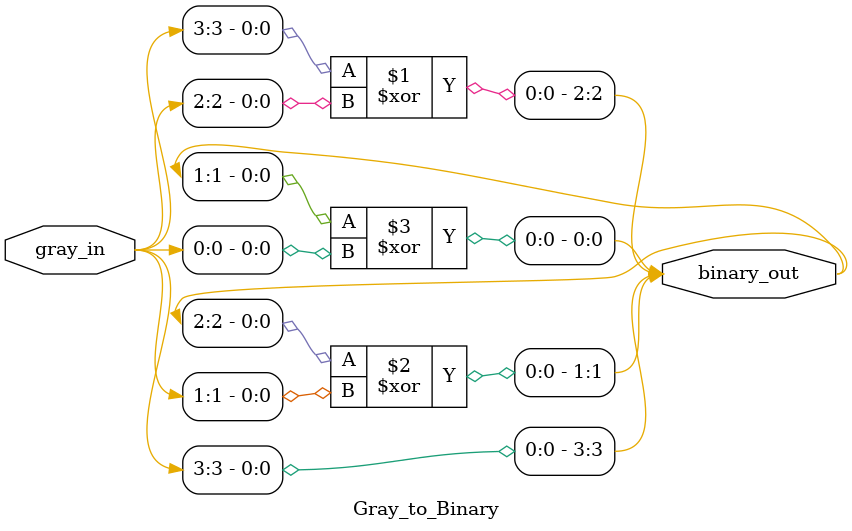
<source format=v>
module Gray_to_Binary (
    input  wire [3:0] gray_in,
    output wire [3:0] binary_out
);

    // Insira seu codigo aqui
    assign binary_out[3] = gray_in[3];
    assign binary_out[2] = binary_out[3] ^ gray_in[2];
    assign binary_out[1] = binary_out[2] ^ gray_in[1];
    assign binary_out[0] = binary_out[1] ^ gray_in[0];

endmodule

</source>
